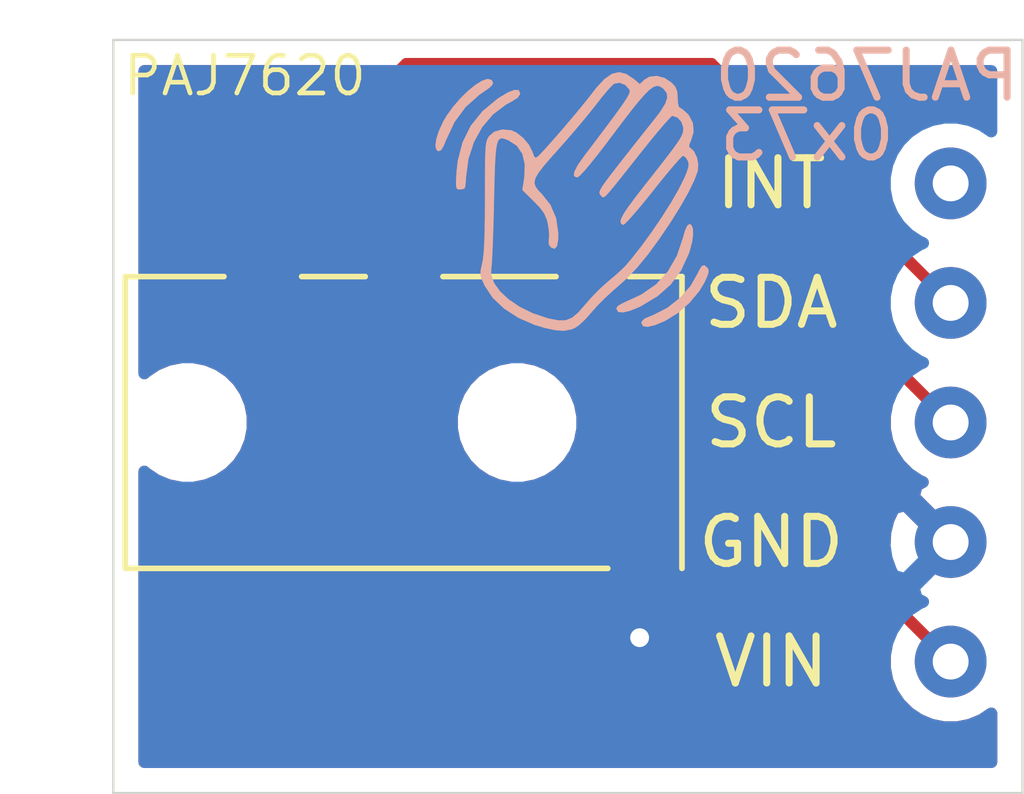
<source format=kicad_pcb>
(kicad_pcb (version 20171130) (host pcbnew "(5.1.5)-3")

  (general
    (thickness 1.6)
    (drawings 8)
    (tracks 9)
    (zones 0)
    (modules 3)
    (nets 6)
  )

  (page A4)
  (layers
    (0 F.Cu signal)
    (31 B.Cu signal)
    (32 B.Adhes user)
    (33 F.Adhes user)
    (34 B.Paste user)
    (35 F.Paste user)
    (36 B.SilkS user)
    (37 F.SilkS user)
    (38 B.Mask user)
    (39 F.Mask user)
    (40 Dwgs.User user)
    (41 Cmts.User user)
    (42 Eco1.User user)
    (43 Eco2.User user)
    (44 Edge.Cuts user)
    (45 Margin user)
    (46 B.CrtYd user)
    (47 F.CrtYd user)
    (48 B.Fab user)
    (49 F.Fab user)
  )

  (setup
    (last_trace_width 0.25)
    (trace_clearance 0.2)
    (zone_clearance 0.508)
    (zone_45_only no)
    (trace_min 0.2)
    (via_size 0.8)
    (via_drill 0.4)
    (via_min_size 0.4)
    (via_min_drill 0.3)
    (uvia_size 0.3)
    (uvia_drill 0.1)
    (uvias_allowed no)
    (uvia_min_size 0.2)
    (uvia_min_drill 0.1)
    (edge_width 0.05)
    (segment_width 0.2)
    (pcb_text_width 0.3)
    (pcb_text_size 1.5 1.5)
    (mod_edge_width 0.12)
    (mod_text_size 1 1)
    (mod_text_width 0.15)
    (pad_size 1.524 1.524)
    (pad_drill 0.762)
    (pad_to_mask_clearance 0.051)
    (solder_mask_min_width 0.25)
    (aux_axis_origin 0 0)
    (visible_elements 7FFFFFFF)
    (pcbplotparams
      (layerselection 0x010fc_ffffffff)
      (usegerberextensions false)
      (usegerberattributes false)
      (usegerberadvancedattributes false)
      (creategerberjobfile false)
      (excludeedgelayer true)
      (linewidth 0.100000)
      (plotframeref false)
      (viasonmask false)
      (mode 1)
      (useauxorigin false)
      (hpglpennumber 1)
      (hpglpenspeed 20)
      (hpglpendiameter 15.000000)
      (psnegative false)
      (psa4output false)
      (plotreference true)
      (plotvalue true)
      (plotinvisibletext false)
      (padsonsilk false)
      (subtractmaskfromsilk false)
      (outputformat 1)
      (mirror false)
      (drillshape 0)
      (scaleselection 1)
      (outputdirectory "gerbers/"))
  )

  (net 0 "")
  (net 1 GND)
  (net 2 SDA)
  (net 3 SCL)
  (net 4 +3V3)
  (net 5 "Net-(U1-Pad5)")

  (net_class Default "Ceci est la Netclass par défaut."
    (clearance 0.2)
    (trace_width 0.25)
    (via_dia 0.8)
    (via_drill 0.4)
    (uvia_dia 0.3)
    (uvia_drill 0.1)
    (add_net +3V3)
    (add_net GND)
    (add_net "Net-(U1-Pad5)")
    (add_net SCL)
    (add_net SDA)
  )

  (module usini_sensors:module_paj7620 (layer F.Cu) (tedit 5FE0926F) (tstamp 5FDCAC4D)
    (at 179.578 23.368 180)
    (path /5FDCABBD)
    (fp_text reference U1 (at -2.794 -14.732 180) (layer F.SilkS) hide
      (effects (font (size 1 1) (thickness 0.15)))
    )
    (fp_text value module_paj7620 (at 5.588 0.508 180) (layer F.Fab)
      (effects (font (size 1 1) (thickness 0.15)))
    )
    (fp_text user INT (at 3.81 -2.54 180) (layer F.SilkS)
      (effects (font (size 1 1) (thickness 0.15)))
    )
    (fp_text user SDA (at 3.81 -5.08 180) (layer F.SilkS)
      (effects (font (size 1 1) (thickness 0.15)))
    )
    (fp_text user SCL (at 3.81 -7.62 180) (layer F.SilkS)
      (effects (font (size 1 1) (thickness 0.15)))
    )
    (fp_text user GND (at 3.81 -10.16 180) (layer F.SilkS)
      (effects (font (size 1 1) (thickness 0.15)))
    )
    (fp_text user VIN (at 3.81 -12.7 180) (layer F.SilkS)
      (effects (font (size 1 1) (thickness 0.15)))
    )
    (pad 5 thru_hole circle (at 0 -2.54 180) (size 1.524 1.524) (drill 0.762) (layers *.Cu *.Mask)
      (net 5 "Net-(U1-Pad5)"))
    (pad 4 thru_hole circle (at 0 -5.08 180) (size 1.524 1.524) (drill 0.762) (layers *.Cu *.Mask)
      (net 2 SDA))
    (pad 3 thru_hole circle (at 0 -7.62 180) (size 1.524 1.524) (drill 0.762) (layers *.Cu *.Mask)
      (net 3 SCL))
    (pad 2 thru_hole circle (at 0 -10.16 180) (size 1.524 1.524) (drill 0.762) (layers *.Cu *.Mask)
      (net 1 GND))
    (pad 1 thru_hole circle (at 0 -12.7 180) (size 1.524 1.524) (drill 0.762) (layers *.Cu *.Mask)
      (net 4 +3V3))
    (model ${KIPRJMOD}/usini_sensors.pretty/PAJ7620.step
      (offset (xyz -1 0.5 10.77))
      (scale (xyz 1 1 1))
      (rotate (xyz 0 0 0))
    )
    (model ${KISYS3DMOD}/Connector_PinHeader_2.54mm.3dshapes/PinHeader_1x05_P2.54mm_Vertical.wrl
      (offset (xyz 0 12.7 9.5))
      (scale (xyz 1 1 1))
      (rotate (xyz 0 -180 0))
    )
    (model ${KISYS3DMOD}/Connector_PinSocket_2.54mm.3dshapes/PinSocket_1x05_P2.54mm_Vertical.wrl
      (offset (xyz 0 12.7 0))
      (scale (xyz 1 1 1))
      (rotate (xyz 0 0 0))
    )
  )

  (module usini_sensors:logo_gesture (layer B.Cu) (tedit 0) (tstamp 5FDD0A6D)
    (at 171.45 26.416 180)
    (fp_text reference G*** (at 0 0) (layer B.SilkS) hide
      (effects (font (size 1.524 1.524) (thickness 0.3)) (justify mirror))
    )
    (fp_text value LOGO (at 0.75 0) (layer B.SilkS) hide
      (effects (font (size 1.524 1.524) (thickness 0.3)) (justify mirror))
    )
    (fp_poly (pts (xy 1.81799 2.686379) (xy 1.959164 2.599004) (xy 2.115721 2.47206) (xy 2.276417 2.315344)
      (xy 2.430006 2.138654) (xy 2.565245 1.951788) (xy 2.645314 1.815736) (xy 2.736856 1.616041)
      (xy 2.791808 1.441016) (xy 2.808003 1.303811) (xy 2.783277 1.217574) (xy 2.74744 1.19567)
      (xy 2.69658 1.214429) (xy 2.642655 1.298628) (xy 2.590218 1.42687) (xy 2.41054 1.810475)
      (xy 2.17292 2.133151) (xy 1.875267 2.397602) (xy 1.799166 2.449775) (xy 1.668258 2.5412)
      (xy 1.603217 2.606361) (xy 1.595029 2.658507) (xy 1.626769 2.703227) (xy 1.703443 2.724386)
      (xy 1.81799 2.686379)) (layer B.SilkS) (width 0.01))
    (fp_poly (pts (xy 1.267783 2.438792) (xy 1.4567 2.326695) (xy 1.491832 2.303047) (xy 1.811353 2.038044)
      (xy 2.058675 1.728866) (xy 2.233502 1.376042) (xy 2.335538 0.980105) (xy 2.360095 0.751417)
      (xy 2.369644 0.574061) (xy 2.370224 0.464749) (xy 2.358923 0.407075) (xy 2.332831 0.384633)
      (xy 2.29437 0.381) (xy 2.215589 0.39438) (xy 2.189522 0.41275) (xy 2.177874 0.471238)
      (xy 2.168225 0.581401) (xy 2.165627 0.635) (xy 2.11538 1.023709) (xy 1.998638 1.384033)
      (xy 1.821843 1.70514) (xy 1.591432 1.976196) (xy 1.313847 2.186371) (xy 1.210417 2.241771)
      (xy 1.072243 2.325729) (xy 1.017185 2.403943) (xy 1.016 2.416777) (xy 1.04484 2.484452)
      (xy 1.129632 2.491584) (xy 1.267783 2.438792)) (layer B.SilkS) (width 0.01))
    (fp_poly (pts (xy -2.533992 -0.398066) (xy -2.485044 -0.515091) (xy -2.451323 -0.638369) (xy -2.318932 -1.030614)
      (xy -2.126707 -1.36497) (xy -1.87633 -1.639301) (xy -1.569481 -1.851469) (xy -1.450926 -1.90981)
      (xy -1.267967 -1.992296) (xy -1.148818 -2.048989) (xy -1.079826 -2.088265) (xy -1.047335 -2.118501)
      (xy -1.037691 -2.148071) (xy -1.037167 -2.163614) (xy -1.070992 -2.219453) (xy -1.165844 -2.230388)
      (xy -1.311789 -2.197696) (xy -1.498892 -2.122657) (xy -1.550753 -2.097521) (xy -1.90372 -1.885447)
      (xy -2.185245 -1.634849) (xy -2.403185 -1.336878) (xy -2.565394 -0.982686) (xy -2.581279 -0.936606)
      (xy -2.633438 -0.743631) (xy -2.656355 -0.574692) (xy -2.65 -0.445397) (xy -2.614346 -0.371352)
      (xy -2.582334 -0.359833) (xy -2.533992 -0.398066)) (layer B.SilkS) (width 0.01))
    (fp_poly (pts (xy -2.846365 -1.250432) (xy -2.791433 -1.339972) (xy -2.772032 -1.384282) (xy -2.611562 -1.6678)
      (xy -2.38561 -1.925372) (xy -2.112906 -2.139783) (xy -1.812185 -2.293817) (xy -1.762959 -2.311628)
      (xy -1.631956 -2.368063) (xy -1.572843 -2.427017) (xy -1.566334 -2.459313) (xy -1.599299 -2.523259)
      (xy -1.694931 -2.536675) (xy -1.84834 -2.500062) (xy -2.054631 -2.41392) (xy -2.066596 -2.408152)
      (xy -2.333074 -2.243635) (xy -2.582293 -2.024987) (xy -2.789754 -1.776219) (xy -2.899667 -1.591631)
      (xy -2.962678 -1.452544) (xy -2.986459 -1.36514) (xy -2.975422 -1.308549) (xy -2.963198 -1.291003)
      (xy -2.899619 -1.236061) (xy -2.846365 -1.250432)) (layer B.SilkS) (width 0.01))
    (fp_poly (pts (xy -0.938805 2.832396) (xy -0.782018 2.724135) (xy -0.609985 2.539413) (xy -0.523072 2.427348)
      (xy -0.420421 2.294645) (xy -0.284311 2.126408) (xy -0.126053 1.93581) (xy 0.043039 1.736025)
      (xy 0.211653 1.540224) (xy 0.368476 1.361581) (xy 0.502198 1.213269) (xy 0.601505 1.108459)
      (xy 0.64371 1.068671) (xy 0.687531 1.047672) (xy 0.720975 1.082771) (xy 0.755912 1.18171)
      (xy 0.830426 1.329241) (xy 0.951812 1.472432) (xy 1.093266 1.584172) (xy 1.201418 1.632341)
      (xy 1.396904 1.649491) (xy 1.562355 1.601278) (xy 1.667981 1.510049) (xy 1.694223 1.471221)
      (xy 1.714723 1.427014) (xy 1.730188 1.367146) (xy 1.741326 1.281333) (xy 1.748847 1.159291)
      (xy 1.753459 0.990738) (xy 1.755869 0.765389) (xy 1.756787 0.472962) (xy 1.756921 0.218883)
      (xy 1.758402 -0.181403) (xy 1.763012 -0.505482) (xy 1.771103 -0.761772) (xy 1.783028 -0.958688)
      (xy 1.799139 -1.104645) (xy 1.816019 -1.193436) (xy 1.846608 -1.330973) (xy 1.852096 -1.427847)
      (xy 1.828154 -1.521178) (xy 1.770451 -1.648083) (xy 1.760637 -1.668181) (xy 1.592413 -1.921185)
      (xy 1.352826 -2.148659) (xy 1.053355 -2.342552) (xy 0.705481 -2.494814) (xy 0.488522 -2.560251)
      (xy 0.25603 -2.609) (xy 0.07617 -2.619139) (xy -0.073837 -2.590546) (xy -0.154872 -2.556794)
      (xy -0.247305 -2.491101) (xy -0.365258 -2.380001) (xy -0.48444 -2.246551) (xy -0.493538 -2.235303)
      (xy -0.622655 -2.089466) (xy -0.789912 -1.92132) (xy -0.96604 -1.759788) (xy -1.027927 -1.707214)
      (xy -1.251744 -1.506591) (xy -1.470006 -1.27706) (xy -1.692979 -1.006227) (xy -1.930932 -0.6817)
      (xy -2.167737 -0.331411) (xy -2.383606 0.011952) (xy -2.557261 0.318776) (xy -2.683836 0.579915)
      (xy -2.754075 0.770394) (xy -2.765861 0.909475) (xy -2.762508 0.927135) (xy -2.56766 0.927135)
      (xy -2.561293 0.847543) (xy -2.523769 0.733862) (xy -2.468553 0.603798) (xy -2.351301 0.3698)
      (xy -2.190058 0.09133) (xy -1.997312 -0.213005) (xy -1.78555 -0.524603) (xy -1.56726 -0.824856)
      (xy -1.35493 -1.095162) (xy -1.229757 -1.241801) (xy -1.143167 -1.328633) (xy -1.015972 -1.443928)
      (xy -0.874319 -1.564063) (xy -0.861331 -1.574649) (xy -0.699412 -1.719003) (xy -0.5255 -1.893987)
      (xy -0.377503 -2.061415) (xy -0.22351 -2.23799) (xy -0.09072 -2.349247) (xy 0.042587 -2.402848)
      (xy 0.198129 -2.406454) (xy 0.397624 -2.367728) (xy 0.451329 -2.353819) (xy 0.751685 -2.252069)
      (xy 1.023075 -2.118398) (xy 1.25619 -1.961175) (xy 1.441717 -1.788768) (xy 1.570345 -1.609547)
      (xy 1.632764 -1.431878) (xy 1.628601 -1.295746) (xy 1.620025 -1.22072) (xy 1.610567 -1.072933)
      (xy 1.600713 -0.864279) (xy 1.59095 -0.606652) (xy 1.581763 -0.311948) (xy 1.57364 0.007941)
      (xy 1.571761 0.093827) (xy 1.563182 0.481554) (xy 1.554389 0.792294) (xy 1.543597 1.033714)
      (xy 1.529025 1.213478) (xy 1.508891 1.339252) (xy 1.481412 1.418701) (xy 1.444806 1.459492)
      (xy 1.397291 1.469289) (xy 1.337084 1.455758) (xy 1.262404 1.426565) (xy 1.261938 1.426371)
      (xy 1.080906 1.310129) (xy 0.963967 1.139241) (xy 0.910959 0.913304) (xy 0.92172 0.631913)
      (xy 0.927036 0.595991) (xy 0.963004 0.368457) (xy 0.720944 0.131312) (xy 0.585507 -0.010511)
      (xy 0.500168 -0.128156) (xy 0.447554 -0.248588) (xy 0.426167 -0.326214) (xy 0.400525 -0.4775)
      (xy 0.394366 -0.615445) (xy 0.400274 -0.668719) (xy 0.401741 -0.78602) (xy 0.359921 -0.846594)
      (xy 0.285142 -0.878328) (xy 0.234928 -0.829153) (xy 0.209349 -0.699207) (xy 0.206353 -0.549804)
      (xy 0.252123 -0.23227) (xy 0.372435 0.049558) (xy 0.552949 0.277721) (xy 0.639489 0.367718)
      (xy 0.694207 0.447341) (xy 0.7132 0.527355) (xy 0.692568 0.618524) (xy 0.628408 0.731613)
      (xy 0.516818 0.877385) (xy 0.353898 1.066604) (xy 0.20774 1.230098) (xy 0.014134 1.449062)
      (xy -0.185524 1.681345) (xy -0.373455 1.905836) (xy -0.531881 2.101418) (xy -0.602641 2.192497)
      (xy -0.728526 2.352927) (xy -0.843919 2.49015) (xy -0.935181 2.588533) (xy -0.98507 2.630769)
      (xy -1.099968 2.649275) (xy -1.218306 2.603441) (xy -1.307992 2.505774) (xy -1.308584 2.504674)
      (xy -1.317614 2.478316) (xy -1.315425 2.444108) (xy -1.297602 2.395537) (xy -1.259732 2.326089)
      (xy -1.1974 2.229252) (xy -1.106192 2.098511) (xy -0.981694 1.927354) (xy -0.819492 1.709265)
      (xy -0.615171 1.437733) (xy -0.364318 1.106243) (xy -0.331796 1.063335) (xy -0.207607 0.884225)
      (xy -0.140553 0.751482) (xy -0.131759 0.668918) (xy -0.182346 0.640346) (xy -0.2079 0.642639)
      (xy -0.258172 0.680413) (xy -0.351187 0.779784) (xy -0.480715 0.933288) (xy -0.640526 1.133455)
      (xy -0.82439 1.37282) (xy -0.890299 1.4605) (xy -1.133889 1.78444) (xy -1.333941 2.044939)
      (xy -1.496292 2.247339) (xy -1.626775 2.396979) (xy -1.731226 2.499202) (xy -1.815477 2.559349)
      (xy -1.885365 2.582759) (xy -1.946722 2.574775) (xy -2.005385 2.540738) (xy -2.03925 2.512272)
      (xy -2.103382 2.426253) (xy -2.114343 2.323713) (xy -2.069062 2.194418) (xy -1.96447 2.028129)
      (xy -1.848889 1.877482) (xy -1.730496 1.729455) (xy -1.575647 1.534247) (xy -1.399863 1.311508)
      (xy -1.218666 1.08089) (xy -1.105114 0.935787) (xy -0.936863 0.719228) (xy -0.815528 0.558877)
      (xy -0.735152 0.444815) (xy -0.689782 0.367122) (xy -0.673459 0.315878) (xy -0.68023 0.281164)
      (xy -0.698446 0.258454) (xy -0.718055 0.236331) (xy -0.734362 0.219781) (xy -0.753317 0.215186)
      (xy -0.780869 0.228927) (xy -0.822968 0.267384) (xy -0.885566 0.33694) (xy -0.974611 0.443976)
      (xy -1.096053 0.594873) (xy -1.255843 0.796012) (xy -1.45993 1.053775) (xy -1.572543 1.195917)
      (xy -1.745876 1.411931) (xy -1.903739 1.603663) (xy -2.038035 1.761681) (xy -2.140666 1.876554)
      (xy -2.203534 1.938848) (xy -2.217679 1.947334) (xy -2.329661 1.909492) (xy -2.416651 1.81391)
      (xy -2.455064 1.687503) (xy -2.455334 1.676118) (xy -2.452758 1.624907) (xy -2.441396 1.572468)
      (xy -2.415794 1.510746) (xy -2.370502 1.431684) (xy -2.300066 1.327228) (xy -2.199035 1.189322)
      (xy -2.061955 1.009912) (xy -1.883375 0.780941) (xy -1.657842 0.494355) (xy -1.640931 0.472911)
      (xy -1.442533 0.218018) (xy -1.295357 0.019953) (xy -1.195348 -0.128589) (xy -1.138452 -0.234911)
      (xy -1.120614 -0.306318) (xy -1.137779 -0.350114) (xy -1.173068 -0.369875) (xy -1.212937 -0.342986)
      (xy -1.296245 -0.258217) (xy -1.414862 -0.124843) (xy -1.560662 0.047862) (xy -1.725518 0.250626)
      (xy -1.808068 0.354683) (xy -1.979563 0.569698) (xy -2.135983 0.760428) (xy -2.269119 0.917295)
      (xy -2.370761 1.030722) (xy -2.4327 1.091132) (xy -2.445658 1.098483) (xy -2.501053 1.065683)
      (xy -2.547453 0.995382) (xy -2.56766 0.927135) (xy -2.762508 0.927135) (xy -2.737491 1.058872)
      (xy -2.678583 1.183669) (xy -2.625541 1.236945) (xy -2.574305 1.280057) (xy -2.574862 1.334494)
      (xy -2.606659 1.403108) (xy -2.667006 1.598161) (xy -2.652359 1.78878) (xy -2.56507 1.955338)
      (xy -2.536744 1.98641) (xy -2.448549 2.066331) (xy -2.381795 2.112301) (xy -2.367411 2.116667)
      (xy -2.344755 2.154662) (xy -2.330652 2.251448) (xy -2.328334 2.320413) (xy -2.318348 2.461785)
      (xy -2.27828 2.559608) (xy -2.206057 2.641308) (xy -2.054502 2.74391) (xy -1.888966 2.787945)
      (xy -1.733097 2.770606) (xy -1.630183 2.709661) (xy -1.528062 2.613723) (xy -1.395768 2.725041)
      (xy -1.237872 2.830185) (xy -1.088153 2.866858) (xy -0.938805 2.832396)) (layer B.SilkS) (width 0.01))
  )

  (module usini_sensors:jack_3.5mm_TRRS (layer F.Cu) (tedit 5FDB7F81) (tstamp 5FDA3052)
    (at 168.148 30.988)
    (descr "Headphones with microphone connector, 3.5mm, 4 pins (http://www.qingpu-electronics.com/en/products/WQP-PJ320D-72.html)")
    (tags "3.5mm jack mic microphone phones headphones 4pins audio plug")
    (path /5FDC3E76)
    (attr smd)
    (fp_text reference J1 (at -0.508 0.508 90) (layer F.SilkS) hide
      (effects (font (size 1 1) (thickness 0.15)))
    )
    (fp_text value AudioJack4 (at -0.025 6.35) (layer F.Fab)
      (effects (font (size 1 1) (thickness 0.15)))
    )
    (fp_circle (center 3.9 -2.35) (end 3.95 -2.1) (layer F.Fab) (width 0.12))
    (fp_line (start -6.096 -3.1) (end -6.096 3.1) (layer F.SilkS) (width 0.12))
    (fp_line (start -8.73 -5) (end 6.07 -5) (layer F.CrtYd) (width 0.05))
    (fp_line (start -8.73 5) (end 6.07 5) (layer F.CrtYd) (width 0.05))
    (fp_line (start 5.725 3.1) (end 5.725 -3.1) (layer F.SilkS) (width 0.12))
    (fp_line (start -8.73 5) (end -8.73 -5) (layer F.CrtYd) (width 0.05))
    (fp_line (start 6.07 5) (end 6.07 -5) (layer F.CrtYd) (width 0.05))
    (fp_line (start -6.096 -3.1) (end -4 -3.1) (layer F.SilkS) (width 0.12))
    (fp_line (start -2.35 -3.1) (end -1 -3.1) (layer F.SilkS) (width 0.12))
    (fp_line (start 0.65 -3.1) (end 3.05 -3.1) (layer F.SilkS) (width 0.12))
    (fp_line (start 4.6 -3.1) (end 5.725 -3.1) (layer F.SilkS) (width 0.12))
    (fp_line (start 4.15 3.1) (end -6.096 3.1) (layer F.SilkS) (width 0.12))
    (fp_line (start 5.575 -2.9) (end 5.575 2.9) (layer F.Fab) (width 0.1))
    (fp_line (start -6.096 -2.9) (end 5.575 -2.9) (layer F.Fab) (width 0.1))
    (fp_line (start -6.096 -2.3) (end -6.096 -2.9) (layer F.Fab) (width 0.1))
    (fp_line (start -8.225 -2.3) (end -6.096 -2.3) (layer F.Fab) (width 0.1))
    (fp_line (start -8.225 2.3) (end -8.225 -2.3) (layer F.Fab) (width 0.1))
    (fp_line (start -6.096 2.3) (end -8.225 2.3) (layer F.Fab) (width 0.1))
    (fp_line (start -6.096 2.9) (end -6.096 2.286) (layer F.Fab) (width 0.1))
    (fp_line (start 5.575 2.9) (end -6.096 2.9) (layer F.Fab) (width 0.1))
    (fp_text user %R (at -1.195 0) (layer F.Fab)
      (effects (font (size 1 1) (thickness 0.15)))
    )
    (pad "" np_thru_hole circle (at 2.225 0) (size 1.5 1.5) (drill 1.5) (layers *.Cu *.Mask))
    (pad "" np_thru_hole circle (at -4.775 0) (size 1.5 1.5) (drill 1.5) (layers *.Cu *.Mask))
    (pad R2 smd roundrect (at -3.175 -4.572) (size 1.2 3.2) (layers F.Cu F.Paste F.Mask) (roundrect_rratio 0.25)
      (net 2 SDA))
    (pad R1 smd roundrect (at -0.175 -4.572) (size 1.2 3.2) (layers F.Cu F.Paste F.Mask) (roundrect_rratio 0.25)
      (net 3 SCL))
    (pad T smd roundrect (at 3.81 -4.572) (size 1.2 3.2) (layers F.Cu F.Paste F.Mask) (roundrect_rratio 0.25)
      (net 4 +3V3))
    (pad S smd roundrect (at 4.925 4.572) (size 1.2 3.2) (layers F.Cu F.Paste F.Mask) (roundrect_rratio 0.25)
      (net 1 GND))
    (model ${KIPRJMOD}/usini_sensors.pretty/audio_3.5mm_trrs.step
      (offset (xyz 5.5 -3 0))
      (scale (xyz 1 1 1))
      (rotate (xyz 0 0 -90))
    )
  )

  (gr_text PAJ7620 (at 164.592 23.622) (layer F.SilkS)
    (effects (font (size 0.8 0.8) (thickness 0.1)))
  )
  (gr_line (start 181.102 22.86) (end 180.848 22.86) (layer Edge.Cuts) (width 0.05) (tstamp 5FDA2D9F))
  (gr_line (start 181.102 38.862) (end 181.102 22.86) (layer Edge.Cuts) (width 0.05))
  (gr_line (start 161.798 38.862) (end 181.102 38.862) (layer Edge.Cuts) (width 0.05))
  (gr_line (start 161.798 22.86) (end 161.798 38.862) (layer Edge.Cuts) (width 0.05))
  (gr_line (start 180.848 22.86) (end 161.798 22.86) (layer Edge.Cuts) (width 0.05))
  (gr_text 0x73 (at 176.53 24.892) (layer B.SilkS)
    (effects (font (size 1 1) (thickness 0.15)) (justify mirror))
  )
  (gr_text PAJ7620 (at 177.8 23.622) (layer B.SilkS)
    (effects (font (size 1 1) (thickness 0.15)) (justify mirror))
  )

  (via (at 172.974 35.56) (size 0.8) (drill 0.4) (layers F.Cu B.Cu) (net 1) (status 30))
  (segment (start 168.021 23.368) (end 164.973 26.416) (width 0.25) (layer F.Cu) (net 2) (status 20))
  (segment (start 179.578 28.448) (end 174.498 23.368) (width 0.25) (layer F.Cu) (net 2) (status 10))
  (segment (start 174.498 23.368) (end 168.021 23.368) (width 0.25) (layer F.Cu) (net 2))
  (segment (start 170.259 24.13) (end 167.973 26.416) (width 0.25) (layer F.Cu) (net 3) (status 20))
  (segment (start 179.578 30.988) (end 172.72 24.13) (width 0.25) (layer F.Cu) (net 3) (status 10))
  (segment (start 172.72 24.13) (end 170.259 24.13) (width 0.25) (layer F.Cu) (net 3))
  (segment (start 171.958 28.448) (end 171.958 26.416) (width 0.25) (layer F.Cu) (net 4) (status 20))
  (segment (start 179.578 36.068) (end 171.958 28.448) (width 0.25) (layer F.Cu) (net 4) (status 10))

  (zone (net 1) (net_name GND) (layer F.Cu) (tstamp 5FE0F977) (hatch edge 0.508)
    (connect_pads (clearance 0.508))
    (min_thickness 0.254)
    (fill yes (arc_segments 32) (thermal_gap 0.508) (thermal_bridge_width 0.508))
    (polygon
      (pts
        (xy 181.102 38.862) (xy 161.798 38.862) (xy 161.798 22.86) (xy 181.102 22.86)
      )
    )
    (filled_polygon
      (pts
        (xy 165.895233 24.418966) (xy 165.794165 24.336022) (xy 165.631985 24.249334) (xy 165.456009 24.195953) (xy 165.273 24.177928)
        (xy 164.673 24.177928) (xy 164.489991 24.195953) (xy 164.314015 24.249334) (xy 164.151835 24.336022) (xy 164.009683 24.452683)
        (xy 163.893022 24.594835) (xy 163.806334 24.757015) (xy 163.752953 24.932991) (xy 163.734928 25.116) (xy 163.734928 27.716)
        (xy 163.752953 27.899009) (xy 163.806334 28.074985) (xy 163.893022 28.237165) (xy 164.009683 28.379317) (xy 164.151835 28.495978)
        (xy 164.314015 28.582666) (xy 164.489991 28.636047) (xy 164.673 28.654072) (xy 165.273 28.654072) (xy 165.456009 28.636047)
        (xy 165.631985 28.582666) (xy 165.794165 28.495978) (xy 165.936317 28.379317) (xy 166.052978 28.237165) (xy 166.139666 28.074985)
        (xy 166.193047 27.899009) (xy 166.211072 27.716) (xy 166.211072 26.252729) (xy 166.734928 25.728873) (xy 166.734928 27.716)
        (xy 166.752953 27.899009) (xy 166.806334 28.074985) (xy 166.893022 28.237165) (xy 167.009683 28.379317) (xy 167.151835 28.495978)
        (xy 167.314015 28.582666) (xy 167.489991 28.636047) (xy 167.673 28.654072) (xy 168.273 28.654072) (xy 168.456009 28.636047)
        (xy 168.631985 28.582666) (xy 168.794165 28.495978) (xy 168.936317 28.379317) (xy 169.052978 28.237165) (xy 169.139666 28.074985)
        (xy 169.193047 27.899009) (xy 169.211072 27.716) (xy 169.211072 26.252729) (xy 170.573802 24.89) (xy 170.750994 24.89)
        (xy 170.737953 24.932991) (xy 170.719928 25.116) (xy 170.719928 27.716) (xy 170.737953 27.899009) (xy 170.791334 28.074985)
        (xy 170.878022 28.237165) (xy 170.994683 28.379317) (xy 171.136835 28.495978) (xy 171.202506 28.53108) (xy 171.208997 28.596985)
        (xy 171.226314 28.654072) (xy 171.252454 28.740246) (xy 171.323026 28.872276) (xy 171.362871 28.920826) (xy 171.417999 28.988001)
        (xy 171.447003 29.011804) (xy 178.211628 35.77643) (xy 178.181 35.930408) (xy 178.181 36.205592) (xy 178.234686 36.47549)
        (xy 178.339995 36.729727) (xy 178.49288 36.958535) (xy 178.687465 37.15312) (xy 178.916273 37.306005) (xy 179.17051 37.411314)
        (xy 179.440408 37.465) (xy 179.715592 37.465) (xy 179.98549 37.411314) (xy 180.239727 37.306005) (xy 180.442 37.17085)
        (xy 180.442 38.202) (xy 162.458 38.202) (xy 162.458 37.16) (xy 171.834928 37.16) (xy 171.847188 37.284482)
        (xy 171.883498 37.40418) (xy 171.942463 37.514494) (xy 172.021815 37.611185) (xy 172.118506 37.690537) (xy 172.22882 37.749502)
        (xy 172.348518 37.785812) (xy 172.473 37.798072) (xy 172.78725 37.795) (xy 172.946 37.63625) (xy 172.946 35.687)
        (xy 173.2 35.687) (xy 173.2 37.63625) (xy 173.35875 37.795) (xy 173.673 37.798072) (xy 173.797482 37.785812)
        (xy 173.91718 37.749502) (xy 174.027494 37.690537) (xy 174.124185 37.611185) (xy 174.203537 37.514494) (xy 174.262502 37.40418)
        (xy 174.298812 37.284482) (xy 174.311072 37.16) (xy 174.308 35.84575) (xy 174.14925 35.687) (xy 173.2 35.687)
        (xy 172.946 35.687) (xy 171.99675 35.687) (xy 171.838 35.84575) (xy 171.834928 37.16) (xy 162.458 37.16)
        (xy 162.458 33.96) (xy 171.834928 33.96) (xy 171.838 35.27425) (xy 171.99675 35.433) (xy 172.946 35.433)
        (xy 172.946 33.48375) (xy 173.2 33.48375) (xy 173.2 35.433) (xy 174.14925 35.433) (xy 174.308 35.27425)
        (xy 174.311072 33.96) (xy 174.298812 33.835518) (xy 174.262502 33.71582) (xy 174.203537 33.605506) (xy 174.124185 33.508815)
        (xy 174.027494 33.429463) (xy 173.91718 33.370498) (xy 173.797482 33.334188) (xy 173.673 33.321928) (xy 173.35875 33.325)
        (xy 173.2 33.48375) (xy 172.946 33.48375) (xy 172.78725 33.325) (xy 172.473 33.321928) (xy 172.348518 33.334188)
        (xy 172.22882 33.370498) (xy 172.118506 33.429463) (xy 172.021815 33.508815) (xy 171.942463 33.605506) (xy 171.883498 33.71582)
        (xy 171.847188 33.835518) (xy 171.834928 33.96) (xy 162.458 33.96) (xy 162.458 32.031685) (xy 162.490114 32.063799)
        (xy 162.716957 32.215371) (xy 162.969011 32.319775) (xy 163.236589 32.373) (xy 163.509411 32.373) (xy 163.776989 32.319775)
        (xy 164.029043 32.215371) (xy 164.255886 32.063799) (xy 164.448799 31.870886) (xy 164.600371 31.644043) (xy 164.704775 31.391989)
        (xy 164.758 31.124411) (xy 164.758 30.851589) (xy 168.988 30.851589) (xy 168.988 31.124411) (xy 169.041225 31.391989)
        (xy 169.145629 31.644043) (xy 169.297201 31.870886) (xy 169.490114 32.063799) (xy 169.716957 32.215371) (xy 169.969011 32.319775)
        (xy 170.236589 32.373) (xy 170.509411 32.373) (xy 170.776989 32.319775) (xy 171.029043 32.215371) (xy 171.255886 32.063799)
        (xy 171.448799 31.870886) (xy 171.600371 31.644043) (xy 171.704775 31.391989) (xy 171.758 31.124411) (xy 171.758 30.851589)
        (xy 171.704775 30.584011) (xy 171.600371 30.331957) (xy 171.448799 30.105114) (xy 171.255886 29.912201) (xy 171.029043 29.760629)
        (xy 170.776989 29.656225) (xy 170.509411 29.603) (xy 170.236589 29.603) (xy 169.969011 29.656225) (xy 169.716957 29.760629)
        (xy 169.490114 29.912201) (xy 169.297201 30.105114) (xy 169.145629 30.331957) (xy 169.041225 30.584011) (xy 168.988 30.851589)
        (xy 164.758 30.851589) (xy 164.704775 30.584011) (xy 164.600371 30.331957) (xy 164.448799 30.105114) (xy 164.255886 29.912201)
        (xy 164.029043 29.760629) (xy 163.776989 29.656225) (xy 163.509411 29.603) (xy 163.236589 29.603) (xy 162.969011 29.656225)
        (xy 162.716957 29.760629) (xy 162.490114 29.912201) (xy 162.458 29.944315) (xy 162.458 23.52) (xy 166.794198 23.52)
      )
    )
    (filled_polygon
      (pts
        (xy 178.211628 30.69643) (xy 178.181 30.850408) (xy 178.181 31.125592) (xy 178.234686 31.39549) (xy 178.339995 31.649727)
        (xy 178.49288 31.878535) (xy 178.687465 32.07312) (xy 178.916273 32.226005) (xy 178.987943 32.255692) (xy 178.974977 32.260364)
        (xy 178.85902 32.322344) (xy 178.79204 32.562435) (xy 179.578 33.348395) (xy 179.592143 33.334253) (xy 179.771748 33.513858)
        (xy 179.757605 33.528) (xy 179.771748 33.542143) (xy 179.592143 33.721748) (xy 179.578 33.707605) (xy 179.563858 33.721748)
        (xy 179.384253 33.542143) (xy 179.398395 33.528) (xy 178.612435 32.74204) (xy 178.372344 32.80902) (xy 178.255244 33.058048)
        (xy 178.188977 33.325135) (xy 178.176481 33.591679) (xy 172.94061 28.355809) (xy 173.037978 28.237165) (xy 173.124666 28.074985)
        (xy 173.178047 27.899009) (xy 173.196072 27.716) (xy 173.196072 25.680873)
      )
    )
  )
  (zone (net 1) (net_name GND) (layer B.Cu) (tstamp 5FE0F974) (hatch edge 0.508)
    (connect_pads (clearance 0.508))
    (min_thickness 0.254)
    (fill yes (arc_segments 32) (thermal_gap 0.508) (thermal_bridge_width 0.508))
    (polygon
      (pts
        (xy 181.102 38.862) (xy 161.798 38.862) (xy 161.798 22.86) (xy 181.102 22.86)
      )
    )
    (filled_polygon
      (pts
        (xy 180.442001 24.80515) (xy 180.239727 24.669995) (xy 179.98549 24.564686) (xy 179.715592 24.511) (xy 179.440408 24.511)
        (xy 179.17051 24.564686) (xy 178.916273 24.669995) (xy 178.687465 24.82288) (xy 178.49288 25.017465) (xy 178.339995 25.246273)
        (xy 178.234686 25.50051) (xy 178.181 25.770408) (xy 178.181 26.045592) (xy 178.234686 26.31549) (xy 178.339995 26.569727)
        (xy 178.49288 26.798535) (xy 178.687465 26.99312) (xy 178.916273 27.146005) (xy 178.993515 27.178) (xy 178.916273 27.209995)
        (xy 178.687465 27.36288) (xy 178.49288 27.557465) (xy 178.339995 27.786273) (xy 178.234686 28.04051) (xy 178.181 28.310408)
        (xy 178.181 28.585592) (xy 178.234686 28.85549) (xy 178.339995 29.109727) (xy 178.49288 29.338535) (xy 178.687465 29.53312)
        (xy 178.916273 29.686005) (xy 178.993515 29.718) (xy 178.916273 29.749995) (xy 178.687465 29.90288) (xy 178.49288 30.097465)
        (xy 178.339995 30.326273) (xy 178.234686 30.58051) (xy 178.181 30.850408) (xy 178.181 31.125592) (xy 178.234686 31.39549)
        (xy 178.339995 31.649727) (xy 178.49288 31.878535) (xy 178.687465 32.07312) (xy 178.916273 32.226005) (xy 178.987943 32.255692)
        (xy 178.974977 32.260364) (xy 178.85902 32.322344) (xy 178.79204 32.562435) (xy 179.578 33.348395) (xy 179.592143 33.334253)
        (xy 179.771748 33.513858) (xy 179.757605 33.528) (xy 179.771748 33.542143) (xy 179.592143 33.721748) (xy 179.578 33.707605)
        (xy 178.79204 34.493565) (xy 178.85902 34.733656) (xy 178.99476 34.797485) (xy 178.916273 34.829995) (xy 178.687465 34.98288)
        (xy 178.49288 35.177465) (xy 178.339995 35.406273) (xy 178.234686 35.66051) (xy 178.181 35.930408) (xy 178.181 36.205592)
        (xy 178.234686 36.47549) (xy 178.339995 36.729727) (xy 178.49288 36.958535) (xy 178.687465 37.15312) (xy 178.916273 37.306005)
        (xy 179.17051 37.411314) (xy 179.440408 37.465) (xy 179.715592 37.465) (xy 179.98549 37.411314) (xy 180.239727 37.306005)
        (xy 180.442 37.17085) (xy 180.442 38.202) (xy 162.458 38.202) (xy 162.458 33.600017) (xy 178.17609 33.600017)
        (xy 178.217078 33.872133) (xy 178.310364 34.131023) (xy 178.372344 34.24698) (xy 178.612435 34.31396) (xy 179.398395 33.528)
        (xy 178.612435 32.74204) (xy 178.372344 32.80902) (xy 178.255244 33.058048) (xy 178.188977 33.325135) (xy 178.17609 33.600017)
        (xy 162.458 33.600017) (xy 162.458 32.031685) (xy 162.490114 32.063799) (xy 162.716957 32.215371) (xy 162.969011 32.319775)
        (xy 163.236589 32.373) (xy 163.509411 32.373) (xy 163.776989 32.319775) (xy 164.029043 32.215371) (xy 164.255886 32.063799)
        (xy 164.448799 31.870886) (xy 164.600371 31.644043) (xy 164.704775 31.391989) (xy 164.758 31.124411) (xy 164.758 30.851589)
        (xy 168.988 30.851589) (xy 168.988 31.124411) (xy 169.041225 31.391989) (xy 169.145629 31.644043) (xy 169.297201 31.870886)
        (xy 169.490114 32.063799) (xy 169.716957 32.215371) (xy 169.969011 32.319775) (xy 170.236589 32.373) (xy 170.509411 32.373)
        (xy 170.776989 32.319775) (xy 171.029043 32.215371) (xy 171.255886 32.063799) (xy 171.448799 31.870886) (xy 171.600371 31.644043)
        (xy 171.704775 31.391989) (xy 171.758 31.124411) (xy 171.758 30.851589) (xy 171.704775 30.584011) (xy 171.600371 30.331957)
        (xy 171.448799 30.105114) (xy 171.255886 29.912201) (xy 171.029043 29.760629) (xy 170.776989 29.656225) (xy 170.509411 29.603)
        (xy 170.236589 29.603) (xy 169.969011 29.656225) (xy 169.716957 29.760629) (xy 169.490114 29.912201) (xy 169.297201 30.105114)
        (xy 169.145629 30.331957) (xy 169.041225 30.584011) (xy 168.988 30.851589) (xy 164.758 30.851589) (xy 164.704775 30.584011)
        (xy 164.600371 30.331957) (xy 164.448799 30.105114) (xy 164.255886 29.912201) (xy 164.029043 29.760629) (xy 163.776989 29.656225)
        (xy 163.509411 29.603) (xy 163.236589 29.603) (xy 162.969011 29.656225) (xy 162.716957 29.760629) (xy 162.490114 29.912201)
        (xy 162.458 29.944315) (xy 162.458 23.52) (xy 180.442001 23.52)
      )
    )
  )
)

</source>
